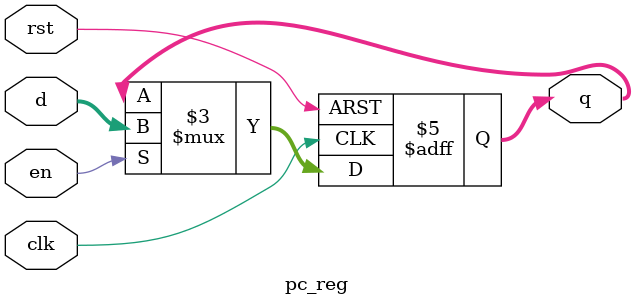
<source format=v>
`timescale 1ns / 1ps


module pc_reg #(parameter WIDTH=32)(
    input clk,rst,en,
    input [WIDTH-1:0] d,
    output reg [ WIDTH-1:0] q
    );
    always @(posedge clk, posedge rst) begin
        if(rst) begin
            q <= 32'hbfc00000;
        end
        else if(en) begin
            q <= d;
        end
        else begin
            q <= q;
        end
    end
endmodule
</source>
